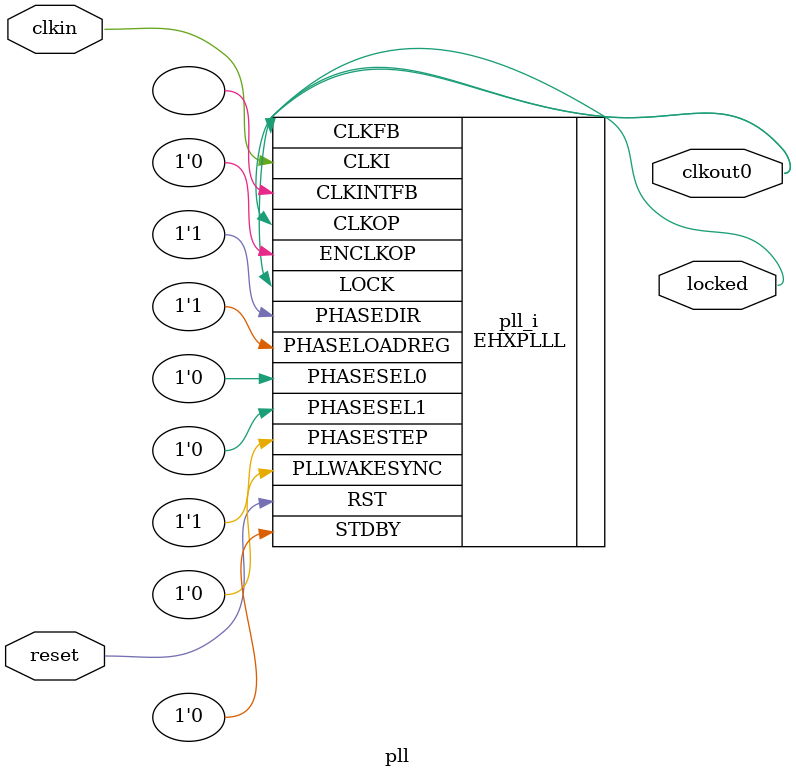
<source format=v>
/* verilator lint_off PINCONNECTEMPTY */
// diamond 3.7 accepts this PLL
// diamond 3.8-3.9 is untested
// diamond 3.10 or higher is likely to abort with error about unable to use feedback signal
// cause of this could be from wrong CPHASE/FPHASE parameters
module pll
(
    input reset, // 0:inactive, 1:reset
    input clkin, // 48 MHz, 0 deg
    output clkout0, // 10.2857 MHz, 0 deg
    output locked
);
(* FREQUENCY_PIN_CLKI="48" *)
(* FREQUENCY_PIN_CLKOP="10.2857" *)
(* ICP_CURRENT="12" *) (* LPF_RESISTOR="8" *) (* MFG_ENABLE_FILTEROPAMP="1" *) (* MFG_GMCREF_SEL="2" *)
EHXPLLL #(
        .PLLRST_ENA("ENABLED"),
        .INTFB_WAKE("DISABLED"),
        .STDBY_ENABLE("DISABLED"),
        .DPHASE_SOURCE("DISABLED"),
        .OUTDIVIDER_MUXA("DIVA"),
        .OUTDIVIDER_MUXB("DIVB"),
        .OUTDIVIDER_MUXC("DIVC"),
        .OUTDIVIDER_MUXD("DIVD"),
        .CLKI_DIV(14),
        .CLKOP_ENABLE("ENABLED"),
        .CLKOP_DIV(53),
        .CLKOP_CPHASE(26),
        .CLKOP_FPHASE(0),
        .FEEDBK_PATH("CLKOP"),
        .CLKFB_DIV(3)
    ) pll_i (
        .RST(reset),
        .STDBY(1'b0),
        .CLKI(clkin),
        .CLKOP(clkout0),
        .CLKFB(clkout0),
        .CLKINTFB(),
        .PHASESEL0(1'b0),
        .PHASESEL1(1'b0),
        .PHASEDIR(1'b1),
        .PHASESTEP(1'b1),
        .PHASELOADREG(1'b1),
        .PLLWAKESYNC(1'b0),
        .ENCLKOP(1'b0),
        .LOCK(locked)
	);
endmodule

</source>
